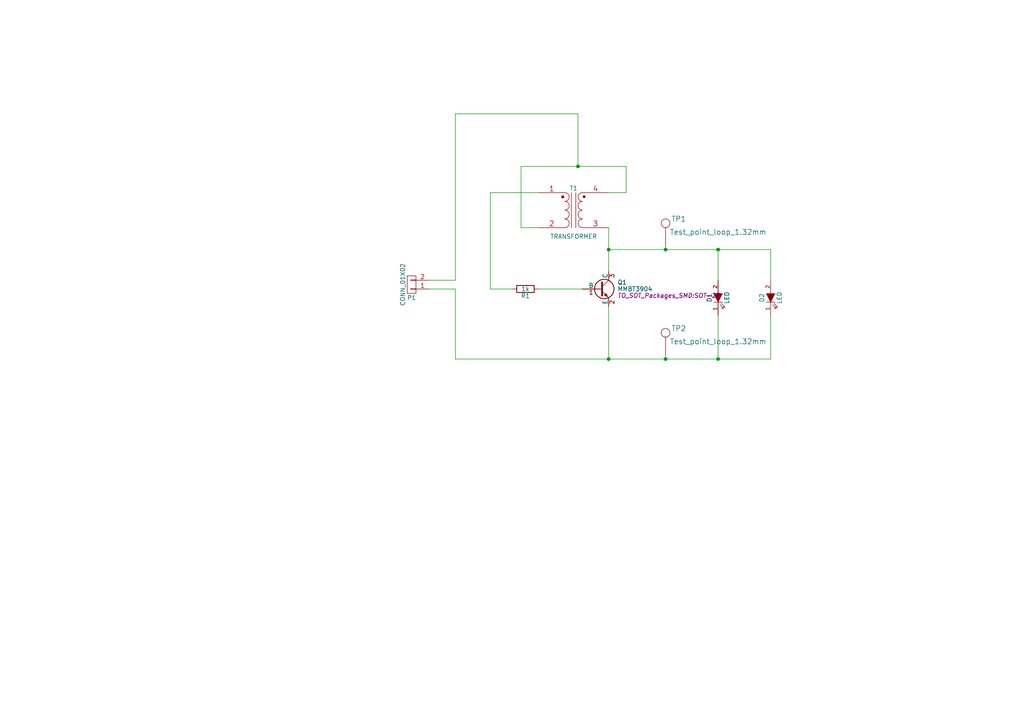
<source format=kicad_sch>
(kicad_sch (version 20230121) (generator eeschema)
  (paper "A4")
  (title_block (title "Joule Thief") (rev "0.1") (company "Nightmechanics"))
  (lib_symbols
    (symbol "Joule_thief-rescue:CONN_01X02" (pin_names (offset 1.016) hide)
      (property "Reference" "P" (at 0 3.81 0))
      (property "Value" "CONN_01X02" (at 2.54 0 90))
      (symbol "CONN_01X02_0_1"
        (rectangle (start -1.27 -1.143) (end 0.254 -1.397))
        (rectangle (start -1.27 1.397) (end 0.254 1.143))
        (rectangle (start -1.27 2.54) (end 1.27 -2.54))
      )
      (symbol "CONN_01X02_1_1"
        (pin passive line (at -5.08 1.27 0) (length 3.81) (name "P1") (number "1"))
        (pin passive line (at -5.08 -1.27 0) (length 3.81) (name "P2") (number "2"))
      )
    )
    (symbol "Joule_thief-rescue:LED" (pin_names (offset 1.016) hide)
      (property "Reference" "D" (at 0 2.54 0))
      (property "Value" "LED" (at 0 -2.54 0))
      (symbol "LED_0_1"
        (polyline (pts (xy -1.27 1.27) (xy -1.27 -1.27)))
        (polyline (pts (xy -2.032 -0.635) (xy -3.175 -1.651) (xy -3.048 -1.016)))
        (polyline (pts (xy -1.651 -1.016) (xy -2.794 -2.032) (xy -2.667 -1.397)))
        (polyline (pts (xy 1.27 1.27) (xy -1.27 0) (xy 1.27 -1.27)) (fill (type outline)))
      )
      (symbol "LED_1_1"
        (pin passive line (at -5.08 0 0) (length 3.81) (name "K") (number "1"))
        (pin passive line (at 5.08 0 180) (length 3.81) (name "A") (number "2"))
      )
    )
    (symbol "Joule_thief-rescue:MMBT3904" (pin_names (offset 0))
      (property "Reference" "Q" (at 5.08 1.905 0))
      (property "Value" "MMBT3904" (at 5.08 0 0))
      (property "Footprint" "SOT-23" (at 5.08 -1.905 0))
      (symbol "MMBT3904_0_1"
        (polyline (pts (xy 0 0) (xy 0.635 0)))
        (polyline (pts (xy 0.635 0.635) (xy 2.54 2.54)))
        (polyline (pts (xy 0.635 -0.635) (xy 2.54 -2.54) (xy 2.54 -2.54)))
        (polyline (pts (xy 0.635 1.905) (xy 0.635 -1.905) (xy 0.635 -1.905)) (stroke (width 0.508)))
        (polyline (pts (xy 1.27 -1.778) (xy 1.778 -1.27) (xy 2.286 -2.286) (xy 1.27 -1.778) (xy 1.27 -1.778)) (fill (type outline)))
        (circle (center 1.27 0) (radius 2.8194) (stroke (width 0.254)))
      )
      (symbol "MMBT3904_1_1"
        (pin input line (at -5.08 0 0) (length 5.08) (name "B") (number "1"))
        (pin passive line (at 2.54 -5.08 90) (length 2.54) (name "E") (number "2"))
        (pin passive line (at 2.54 5.08 270) (length 2.54) (name "C") (number "3"))
      )
    )
    (symbol "Joule_thief-rescue:R" (pin_numbers hide) (pin_names (offset 0))
      (property "Reference" "R" (at 2.032 0 90))
      (property "Value" "R" (at 0 0 90))
      (symbol "R_0_1"
        (rectangle (start -1.016 -2.54) (end 1.016 2.54) (stroke (width 0.254)))
      )
      (symbol "R_1_1"
        (pin passive line (at 0 3.81 270) (length 1.27) (name "~") (number "1"))
        (pin passive line (at 0 -3.81 90) (length 1.27) (name "~") (number "2"))
      )
    )
    (symbol "Joule_thief-rescue:TRANSFORMER" (pin_names (offset 1.016) hide)
      (property "Reference" "T" (at 0 6.35 0))
      (property "Value" "TRANSFORMER" (at 0 -7.62 0))
      (symbol "TRANSFORMER_0_1"
        (circle (center -3.1496 3.8608) (radius 0.3556) (fill (type outline)))
        (arc (start -2.54 -5.0546) (mid -1.6599 -4.6901) (end -1.27 -3.81))
        (arc (start -2.54 -2.5146) (mid -1.6599 -2.1501) (end -1.27 -1.27))
        (arc (start -2.54 0.0254) (mid -1.6599 0.3899) (end -1.27 1.27))
        (arc (start -2.54 2.5654) (mid -1.6599 2.9299) (end -1.27 3.81))
        (arc (start -1.27 -3.81) (mid -1.642 -2.912) (end -2.54 -2.54))
        (arc (start -1.27 -1.27) (mid -1.642 -0.372) (end -2.54 0))
        (arc (start -1.27 1.27) (mid -1.642 2.168) (end -2.54 2.54))
        (arc (start -1.27 3.81) (mid -1.642 4.708) (end -2.54 5.08))
        (polyline (pts (xy -0.635 5.08) (xy -0.635 -5.08)))
        (polyline (pts (xy 0.635 -5.08) (xy 0.635 5.08)))
        (arc (start 1.2954 -1.27) (mid 1.6599 -2.1501) (end 2.54 -2.5146))
        (arc (start 1.2954 1.27) (mid 1.6599 0.3899) (end 2.54 0.0254))
        (arc (start 1.2954 3.81) (mid 1.6599 2.9299) (end 2.54 2.5654))
        (arc (start 1.3208 -3.81) (mid 1.6853 -4.6901) (end 2.5654 -5.0546))
        (arc (start 2.54 0) (mid 1.642 -0.372) (end 1.2954 -1.27))
        (arc (start 2.54 2.54) (mid 1.642 2.168) (end 1.2954 1.27))
        (arc (start 2.54 5.08) (mid 1.642 4.708) (end 1.2954 3.81))
        (arc (start 2.5654 -2.54) (mid 1.6674 -2.912) (end 1.3208 -3.81))
        (circle (center 3.048 3.9116) (radius 0.3302) (fill (type outline)))
      )
      (symbol "TRANSFORMER_1_1"
        (pin passive line (at -10.16 5.08 0) (length 7.62) (name "AA") (number "1"))
        (pin passive line (at -10.16 -5.08 0) (length 7.62) (name "AB") (number "2"))
        (pin passive line (at 10.16 -5.08 180) (length 7.62) (name "SA") (number "3"))
        (pin passive line (at 10.16 5.08 180) (length 7.62) (name "SB") (number "4"))
      )
    )
    (symbol "Joule_thief-rescue:Test_point_loop_1.32mm" (pin_numbers hide) (pin_names (offset 1.016) hide)
      (property "Reference" "TP" (at 3.81 7.62 0))
      (property "Value" "Test_point_loop_1.32mm" (at 15.24 3.81 0))
      (symbol "Test_point_loop_1.32mm_0_1"
        (circle (center 0 5.08) (radius 0.0001))
        (circle (center 0 6.35) (radius 1.27))
      )
      (symbol "Test_point_loop_1.32mm_1_1"
        (pin passive line (at 0 0 90) (length 5.08) (name "1") (number "1"))
      )
    )
  )
  (junction (at 208.28 104.14))
  (junction (at 167.64 48.26))
  (junction (at 176.53 104.14))
  (junction (at 208.28 72.39))
  (junction (at 193.04 72.39))
  (junction (at 176.53 72.39))
  (junction (at 193.04 104.14))
  (wire (pts (xy 124.46 81.28) (xy 132.08 81.28)))
  (wire (pts (xy 193.04 104.14) (xy 208.28 104.14)))
  (wire (pts (xy 208.28 81.28) (xy 208.28 72.39)))
  (wire (pts (xy 151.13 48.26) (xy 167.64 48.26)))
  (wire (pts (xy 223.52 104.14) (xy 223.52 91.44)))
  (wire (pts (xy 167.64 33.02) (xy 167.64 48.26)))
  (wire (pts (xy 156.21 83.82) (xy 168.91 83.82)))
  (wire (pts (xy 181.61 55.88) (xy 176.53 55.88)))
  (wire (pts (xy 167.64 48.26) (xy 181.61 48.26)))
  (wire (pts (xy 208.28 91.44) (xy 208.28 104.14)))
  (wire (pts (xy 132.08 104.14) (xy 176.53 104.14)))
  (wire (pts (xy 124.46 83.82) (xy 132.08 83.82)))
  (wire (pts (xy 223.52 72.39) (xy 223.52 81.28)))
  (wire (pts (xy 151.13 48.26) (xy 151.13 66.04)))
  (wire (pts (xy 208.28 104.14) (xy 223.52 104.14)))
  (wire (pts (xy 176.53 72.39) (xy 193.04 72.39)))
  (wire (pts (xy 176.53 66.04) (xy 176.53 72.39)))
  (wire (pts (xy 132.08 83.82) (xy 132.08 104.14)))
  (wire (pts (xy 193.04 72.39) (xy 208.28 72.39)))
  (wire (pts (xy 208.28 72.39) (xy 223.52 72.39)))
  (wire (pts (xy 132.08 81.28) (xy 132.08 33.02)))
  (wire (pts (xy 193.04 102.87) (xy 193.04 104.14)))
  (wire (pts (xy 193.04 71.12) (xy 193.04 72.39)))
  (wire (pts (xy 181.61 48.26) (xy 181.61 55.88)))
  (wire (pts (xy 142.24 55.88) (xy 142.24 83.82)))
  (wire (pts (xy 142.24 83.82) (xy 148.59 83.82)))
  (wire (pts (xy 132.08 33.02) (xy 167.64 33.02)))
  (wire (pts (xy 176.53 88.9) (xy 176.53 104.14)))
  (wire (pts (xy 156.21 55.88) (xy 142.24 55.88)))
  (wire (pts (xy 151.13 66.04) (xy 156.21 66.04)))
  (wire (pts (xy 176.53 104.14) (xy 193.04 104.14)))
  (wire (pts (xy 176.53 72.39) (xy 176.53 78.74)))
  (symbol (lib_id "Joule_thief-rescue:MMBT3904") (at 173.99 83.82 0) (unit 1)
    (property "Reference" "Q1" (at 179.07 81.915 0) (effects (justify left)))
    (property "Value" "MMBT3904" (at 179.07 83.82 0) (effects (justify left)))
    (property "Footprint" "TO_SOT_Packages_SMD:SOT-23" (at 179.07 85.725 0) (effects (font italic) (justify left)))
  )
  (symbol (lib_id "Joule_thief-rescue:R") (at 152.4 83.82 270) (unit 1)
    (property "Reference" "R1" (at 152.4 85.852 90))
    (property "Value" "1k" (at 152.4 83.82 90))
    (property "Footprint" "Resistors_SMD:R_0805_HandSoldering" (effects hide))
  )
  (symbol (lib_id "Joule_thief-rescue:TRANSFORMER") (at 166.37 60.96 0) (unit 1)
    (property "Reference" "T1" (at 166.37 54.61 0))
    (property "Value" "TRANSFORMER" (at 166.37 68.58 0))
    (property "Footprint" "nightmechanic_pcb:Transformer_22x10" (effects hide))
  )
  (symbol (lib_id "Joule_thief-rescue:LED") (at 208.28 86.36 90) (unit 1)
    (property "Reference" "D1" (at 205.74 86.36 0))
    (property "Value" "LED" (at 210.82 86.36 0))
    (property "Footprint" "nightmechanic_pcb:LED_5mm" (effects hide))
  )
  (symbol (lib_id "Joule_thief-rescue:LED") (at 223.52 86.36 90) (unit 1)
    (property "Reference" "D2" (at 220.98 86.36 0))
    (property "Value" "LED" (at 226.06 86.36 0))
    (property "Footprint" "nightmechanic_pcb:LED_PLCC_2_HEATPAD" (effects hide))
  )
  (symbol (lib_id "Joule_thief-rescue:CONN_01X02") (at 119.38 82.55 180) (unit 1)
    (property "Reference" "P1" (at 119.38 86.36 0))
    (property "Value" "CONN_01X02" (at 116.84 82.55 90))
    (property "Footprint" "nightmechanic_pcb:conn_2_5mm" (effects hide))
  )
  (symbol (lib_id "Joule_thief-rescue:Test_point_loop_1.32mm") (at 193.04 71.12 0) (unit 1)
    (property "Reference" "TP1" (at 196.85 63.5 0) (effects (font (size 1.524 1.524))))
    (property "Value" "Test_point_loop_1.32mm" (at 208.28 67.31 0) (effects (font (size 1.524 1.524))))
    (property "Footprint" "nightmechanic_pcb:Test_point_glass_1.32" (effects hide))
    (property "Datasheet" "http://www.e-markinc.com/images/EmarkCatalog.pdf" (effects hide))
  )
  (symbol (lib_id "Joule_thief-rescue:Test_point_loop_1.32mm") (at 193.04 102.87 0) (unit 1)
    (property "Reference" "TP2" (at 196.85 95.25 0) (effects (font (size 1.524 1.524))))
    (property "Value" "Test_point_loop_1.32mm" (at 208.28 99.06 0) (effects (font (size 1.524 1.524))))
    (property "Footprint" "nightmechanic_pcb:Test_point_glass_1.32" (effects hide))
    (property "Datasheet" "http://www.e-markinc.com/images/EmarkCatalog.pdf" (effects hide))
  )
)
</source>
